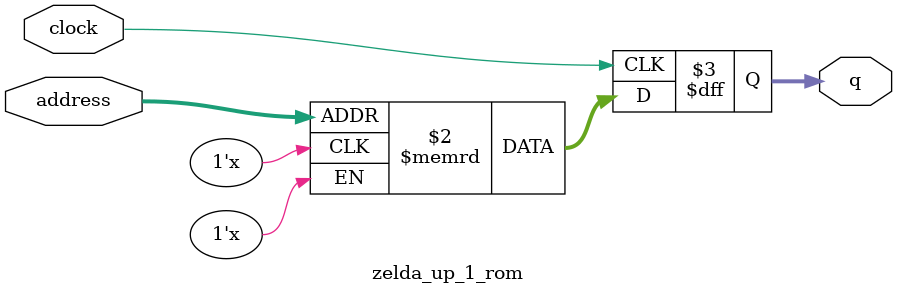
<source format=sv>
module zelda_up_1_rom (
	input logic clock,
	input logic [9:0] address,
	output logic [3:0] q
);

logic [3:0] memory [0:1023] /* synthesis ram_init_file = "./zelda_up_1/zelda_up_1.mif" */;

always_ff @ (posedge clock) begin
	q <= memory[address];
end

endmodule

</source>
